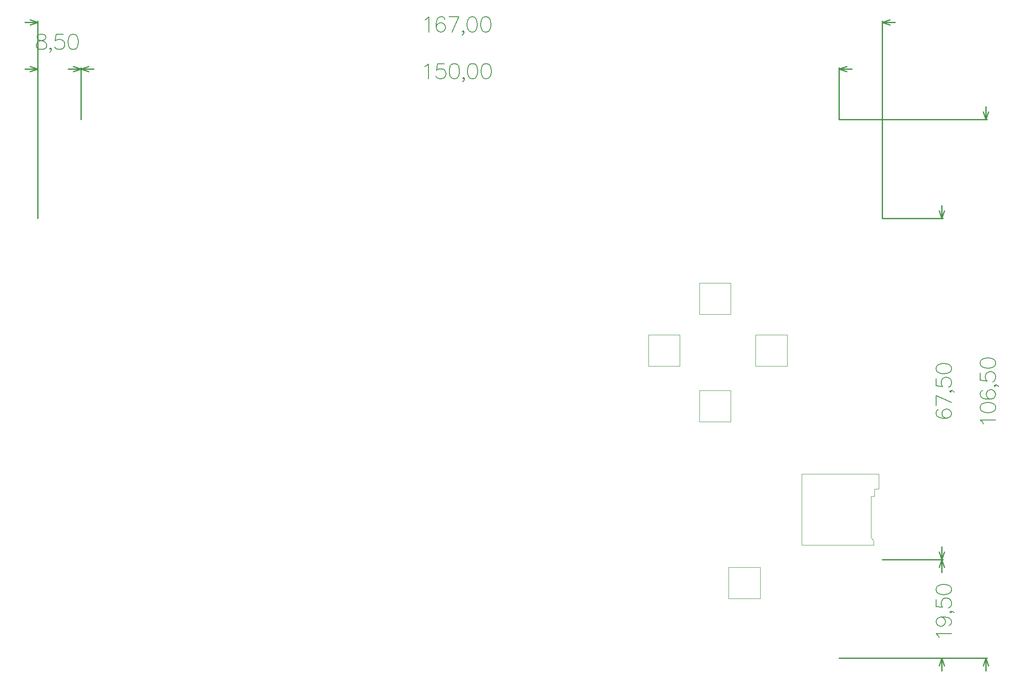
<source format=gbr>
%TF.GenerationSoftware,Altium Limited,Altium Designer,21.6.1 (37)*%
G04 Layer_Color=32768*
%FSLAX43Y43*%
%MOMM*%
%TF.SameCoordinates,4DA2BED1-4599-47CA-9C3E-D857DBAA41EB*%
%TF.FilePolarity,Positive*%
%TF.FileFunction,Other,Top_Dims*%
%TF.Part,Single*%
G01*
G75*
%TA.AperFunction,NonConductor*%
%ADD52C,0.254*%
%ADD55C,0.100*%
%ADD57C,0.152*%
D52*
X178750Y19500D02*
X179258Y17976D01*
X178242D02*
X178750Y19500D01*
X178242Y88524D02*
X178750Y87000D01*
X179258Y88524D01*
X178750Y16960D02*
Y19500D01*
Y87000D02*
Y89540D01*
X167000Y87000D02*
X179004D01*
X167000Y19500D02*
X179004D01*
X178750Y0D02*
X179258Y-1524D01*
X178242D02*
X178750Y0D01*
X178242Y21024D02*
X178750Y19500D01*
X179258Y21024D01*
X178750Y-2540D02*
Y0D01*
Y19500D02*
Y22040D01*
X167000Y19500D02*
X179004D01*
X158500Y0D02*
X179004D01*
X187500D02*
X188008Y-1524D01*
X186992D02*
X187500Y0D01*
X186992Y108024D02*
X187500Y106500D01*
X188008Y108024D01*
X187500Y-2540D02*
Y0D01*
Y106500D02*
Y109040D01*
X158500Y106500D02*
X187754D01*
X158500Y0D02*
X187754D01*
X167000Y125750D02*
X168524Y126258D01*
X167000Y125750D02*
X168524Y125242D01*
X-1524D02*
X0Y125750D01*
X-1524Y126258D02*
X0Y125750D01*
X167000D02*
X169540D01*
X-2540D02*
X0D01*
Y87000D02*
Y126004D01*
X167000Y87000D02*
Y126004D01*
X-1524Y115992D02*
X0Y116500D01*
X-1524Y117008D02*
X0Y116500D01*
X8500D02*
X10024Y117008D01*
X8500Y116500D02*
X10024Y115992D01*
X-2540Y116500D02*
X0D01*
X8500D02*
X11040D01*
X8500Y106500D02*
Y116754D01*
X0Y87000D02*
Y116754D01*
X158500Y116500D02*
X160024Y117008D01*
X158500Y116500D02*
X160024Y115992D01*
X6976D02*
X8500Y116500D01*
X6976Y117008D02*
X8500Y116500D01*
X158500D02*
X161040D01*
X5960D02*
X8500D01*
Y106500D02*
Y116754D01*
X158500Y106500D02*
Y116754D01*
D55*
X120791Y57745D02*
X126991D01*
Y63945D01*
X120791D02*
X126991D01*
X120791Y57745D02*
Y63945D01*
X141991Y57745D02*
Y63945D01*
X148191D01*
Y57745D02*
Y63945D01*
X141991Y57745D02*
X148191D01*
X164850Y23800D02*
X165301Y23201D01*
X164850Y23800D02*
Y32000D01*
X165450D01*
Y33500D01*
X166300D01*
Y36400D01*
X165300Y22400D02*
Y23200D01*
X151100Y22400D02*
Y36400D01*
Y22400D02*
X165300D01*
X151100Y36400D02*
X166300D01*
X142841Y11793D02*
Y17993D01*
X136641Y11793D02*
X142841D01*
X136641D02*
Y17993D01*
X142841D01*
X130861Y67975D02*
X137061D01*
Y74175D01*
X130861D02*
X137061D01*
X130861Y67975D02*
Y74175D01*
Y46775D02*
Y52975D01*
X137061D01*
Y46775D02*
Y52975D01*
X130861Y46775D02*
X137061D01*
D57*
X178116Y49159D02*
X177831Y49016D01*
X177688Y48588D01*
Y48302D01*
X177831Y47874D01*
X178259Y47588D01*
X178973Y47445D01*
X179688D01*
X180259Y47588D01*
X180544Y47874D01*
X180687Y48302D01*
Y48445D01*
X180544Y48873D01*
X180259Y49159D01*
X179830Y49302D01*
X179688D01*
X179259Y49159D01*
X178973Y48873D01*
X178831Y48445D01*
Y48302D01*
X178973Y47874D01*
X179259Y47588D01*
X179688Y47445D01*
X177688Y51958D02*
X180687Y50530D01*
X177688Y49959D02*
Y51958D01*
X180544Y52915D02*
X180687Y52773D01*
X180544Y52630D01*
X180402Y52773D01*
X180544Y52915D01*
X180830D01*
X181116Y52773D01*
X181259Y52630D01*
X177688Y55286D02*
Y53858D01*
X178973Y53715D01*
X178831Y53858D01*
X178688Y54287D01*
Y54715D01*
X178831Y55144D01*
X179116Y55429D01*
X179545Y55572D01*
X179830D01*
X180259Y55429D01*
X180544Y55144D01*
X180687Y54715D01*
Y54287D01*
X180544Y53858D01*
X180402Y53715D01*
X180116Y53572D01*
X177688Y57100D02*
X177831Y56672D01*
X178259Y56386D01*
X178973Y56243D01*
X179402D01*
X180116Y56386D01*
X180544Y56672D01*
X180687Y57100D01*
Y57386D01*
X180544Y57814D01*
X180116Y58100D01*
X179402Y58243D01*
X178973D01*
X178259Y58100D01*
X177831Y57814D01*
X177688Y57386D01*
Y57100D01*
X178259Y4102D02*
X178116Y4388D01*
X177688Y4816D01*
X180687D01*
X178688Y8159D02*
X179116Y8016D01*
X179402Y7730D01*
X179545Y7302D01*
Y7159D01*
X179402Y6730D01*
X179116Y6445D01*
X178688Y6302D01*
X178545D01*
X178116Y6445D01*
X177831Y6730D01*
X177688Y7159D01*
Y7302D01*
X177831Y7730D01*
X178116Y8016D01*
X178688Y8159D01*
X179402D01*
X180116Y8016D01*
X180544Y7730D01*
X180687Y7302D01*
Y7016D01*
X180544Y6587D01*
X180259Y6445D01*
X180544Y9258D02*
X180687Y9115D01*
X180544Y8973D01*
X180402Y9115D01*
X180544Y9258D01*
X180830D01*
X181116Y9115D01*
X181259Y8973D01*
X177688Y11629D02*
Y10201D01*
X178973Y10058D01*
X178831Y10201D01*
X178688Y10629D01*
Y11058D01*
X178831Y11486D01*
X179116Y11772D01*
X179545Y11915D01*
X179830D01*
X180259Y11772D01*
X180544Y11486D01*
X180687Y11058D01*
Y10629D01*
X180544Y10201D01*
X180402Y10058D01*
X180116Y9915D01*
X177688Y13443D02*
X177831Y13015D01*
X178259Y12729D01*
X178973Y12586D01*
X179402D01*
X180116Y12729D01*
X180544Y13015D01*
X180687Y13443D01*
Y13729D01*
X180544Y14157D01*
X180116Y14443D01*
X179402Y14586D01*
X178973D01*
X178259Y14443D01*
X177831Y14157D01*
X177688Y13729D01*
Y13443D01*
X187009Y46345D02*
X186866Y46631D01*
X186438Y47060D01*
X189437D01*
X186438Y49402D02*
X186581Y48973D01*
X187009Y48688D01*
X187723Y48545D01*
X188152D01*
X188866Y48688D01*
X189294Y48973D01*
X189437Y49402D01*
Y49688D01*
X189294Y50116D01*
X188866Y50402D01*
X188152Y50544D01*
X187723D01*
X187009Y50402D01*
X186581Y50116D01*
X186438Y49688D01*
Y49402D01*
X186866Y52930D02*
X186581Y52787D01*
X186438Y52358D01*
Y52073D01*
X186581Y51644D01*
X187009Y51359D01*
X187723Y51216D01*
X188438D01*
X189009Y51359D01*
X189294Y51644D01*
X189437Y52073D01*
Y52216D01*
X189294Y52644D01*
X189009Y52930D01*
X188580Y53073D01*
X188438D01*
X188009Y52930D01*
X187723Y52644D01*
X187581Y52216D01*
Y52073D01*
X187723Y51644D01*
X188009Y51359D01*
X188438Y51216D01*
X189294Y54015D02*
X189437Y53872D01*
X189294Y53730D01*
X189152Y53872D01*
X189294Y54015D01*
X189580D01*
X189866Y53872D01*
X190009Y53730D01*
X186438Y56386D02*
Y54958D01*
X187723Y54815D01*
X187581Y54958D01*
X187438Y55386D01*
Y55815D01*
X187581Y56243D01*
X187866Y56529D01*
X188295Y56672D01*
X188580D01*
X189009Y56529D01*
X189294Y56243D01*
X189437Y55815D01*
Y55386D01*
X189294Y54958D01*
X189152Y54815D01*
X188866Y54672D01*
X186438Y58200D02*
X186581Y57772D01*
X187009Y57486D01*
X187723Y57343D01*
X188152D01*
X188866Y57486D01*
X189294Y57772D01*
X189437Y58200D01*
Y58486D01*
X189294Y58914D01*
X188866Y59200D01*
X188152Y59343D01*
X187723D01*
X187009Y59200D01*
X186581Y58914D01*
X186438Y58486D01*
Y58200D01*
X76595Y126241D02*
X76881Y126384D01*
X77310Y126812D01*
Y123813D01*
X80509Y126384D02*
X80366Y126669D01*
X79938Y126812D01*
X79652D01*
X79223Y126669D01*
X78938Y126241D01*
X78795Y125527D01*
Y124812D01*
X78938Y124241D01*
X79223Y123955D01*
X79652Y123813D01*
X79795D01*
X80223Y123955D01*
X80509Y124241D01*
X80652Y124670D01*
Y124812D01*
X80509Y125241D01*
X80223Y125527D01*
X79795Y125669D01*
X79652D01*
X79223Y125527D01*
X78938Y125241D01*
X78795Y124812D01*
X83308Y126812D02*
X81880Y123813D01*
X81309Y126812D02*
X83308D01*
X84265Y123955D02*
X84122Y123813D01*
X83980Y123955D01*
X84122Y124098D01*
X84265Y123955D01*
Y123670D01*
X84122Y123384D01*
X83980Y123241D01*
X85779Y126812D02*
X85351Y126669D01*
X85065Y126241D01*
X84922Y125527D01*
Y125098D01*
X85065Y124384D01*
X85351Y123955D01*
X85779Y123813D01*
X86065D01*
X86493Y123955D01*
X86779Y124384D01*
X86922Y125098D01*
Y125527D01*
X86779Y126241D01*
X86493Y126669D01*
X86065Y126812D01*
X85779D01*
X88450D02*
X88022Y126669D01*
X87736Y126241D01*
X87593Y125527D01*
Y125098D01*
X87736Y124384D01*
X88022Y123955D01*
X88450Y123813D01*
X88736D01*
X89164Y123955D01*
X89450Y124384D01*
X89593Y125098D01*
Y125527D01*
X89450Y126241D01*
X89164Y126669D01*
X88736Y126812D01*
X88450D01*
X416Y123374D02*
X-12Y123231D01*
X-155Y122946D01*
Y122660D01*
X-12Y122374D01*
X273Y122231D01*
X845Y122089D01*
X1273Y121946D01*
X1559Y121660D01*
X1702Y121374D01*
Y120946D01*
X1559Y120660D01*
X1416Y120517D01*
X987Y120375D01*
X416D01*
X-12Y120517D01*
X-155Y120660D01*
X-298Y120946D01*
Y121374D01*
X-155Y121660D01*
X131Y121946D01*
X559Y122089D01*
X1130Y122231D01*
X1416Y122374D01*
X1559Y122660D01*
Y122946D01*
X1416Y123231D01*
X987Y123374D01*
X416D01*
X2659Y120517D02*
X2516Y120375D01*
X2373Y120517D01*
X2516Y120660D01*
X2659Y120517D01*
Y120232D01*
X2516Y119946D01*
X2373Y119803D01*
X5029Y123374D02*
X3601D01*
X3458Y122089D01*
X3601Y122231D01*
X4030Y122374D01*
X4458D01*
X4887Y122231D01*
X5172Y121946D01*
X5315Y121517D01*
Y121232D01*
X5172Y120803D01*
X4887Y120517D01*
X4458Y120375D01*
X4030D01*
X3601Y120517D01*
X3458Y120660D01*
X3316Y120946D01*
X6843Y123374D02*
X6415Y123231D01*
X6129Y122803D01*
X5986Y122089D01*
Y121660D01*
X6129Y120946D01*
X6415Y120517D01*
X6843Y120375D01*
X7129D01*
X7557Y120517D01*
X7843Y120946D01*
X7986Y121660D01*
Y122089D01*
X7843Y122803D01*
X7557Y123231D01*
X7129Y123374D01*
X6843D01*
X76517Y116991D02*
X76802Y117134D01*
X77231Y117562D01*
Y114563D01*
X80430Y117562D02*
X79002D01*
X78859Y116277D01*
X79002Y116419D01*
X79430Y116562D01*
X79859D01*
X80287Y116419D01*
X80573Y116134D01*
X80716Y115705D01*
Y115420D01*
X80573Y114991D01*
X80287Y114705D01*
X79859Y114563D01*
X79430D01*
X79002Y114705D01*
X78859Y114848D01*
X78716Y115134D01*
X82244Y117562D02*
X81816Y117419D01*
X81530Y116991D01*
X81387Y116277D01*
Y115848D01*
X81530Y115134D01*
X81816Y114705D01*
X82244Y114563D01*
X82530D01*
X82958Y114705D01*
X83244Y115134D01*
X83387Y115848D01*
Y116277D01*
X83244Y116991D01*
X82958Y117419D01*
X82530Y117562D01*
X82244D01*
X84344Y114705D02*
X84201Y114563D01*
X84058Y114705D01*
X84201Y114848D01*
X84344Y114705D01*
Y114420D01*
X84201Y114134D01*
X84058Y113991D01*
X85858Y117562D02*
X85429Y117419D01*
X85144Y116991D01*
X85001Y116277D01*
Y115848D01*
X85144Y115134D01*
X85429Y114705D01*
X85858Y114563D01*
X86143D01*
X86572Y114705D01*
X86857Y115134D01*
X87000Y115848D01*
Y116277D01*
X86857Y116991D01*
X86572Y117419D01*
X86143Y117562D01*
X85858D01*
X88529D02*
X88100Y117419D01*
X87814Y116991D01*
X87672Y116277D01*
Y115848D01*
X87814Y115134D01*
X88100Y114705D01*
X88529Y114563D01*
X88814D01*
X89243Y114705D01*
X89528Y115134D01*
X89671Y115848D01*
Y116277D01*
X89528Y116991D01*
X89243Y117419D01*
X88814Y117562D01*
X88529D01*
%TF.MD5,479f35388a7ab29e8be9d45089a4a3d8*%
M02*

</source>
